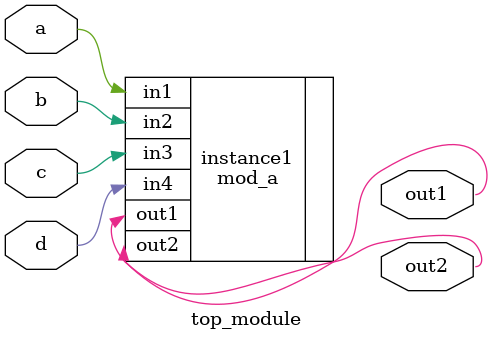
<source format=v>
module top_module ( 
    input a, 
    input b, 
    input c,
    input d,
    output out1,
    output out2
);
  mod_a instance1(.out1(out1), .out2(out2), .in1(a), .in2(b), .in3(c), .in4(d));
endmodule


</source>
